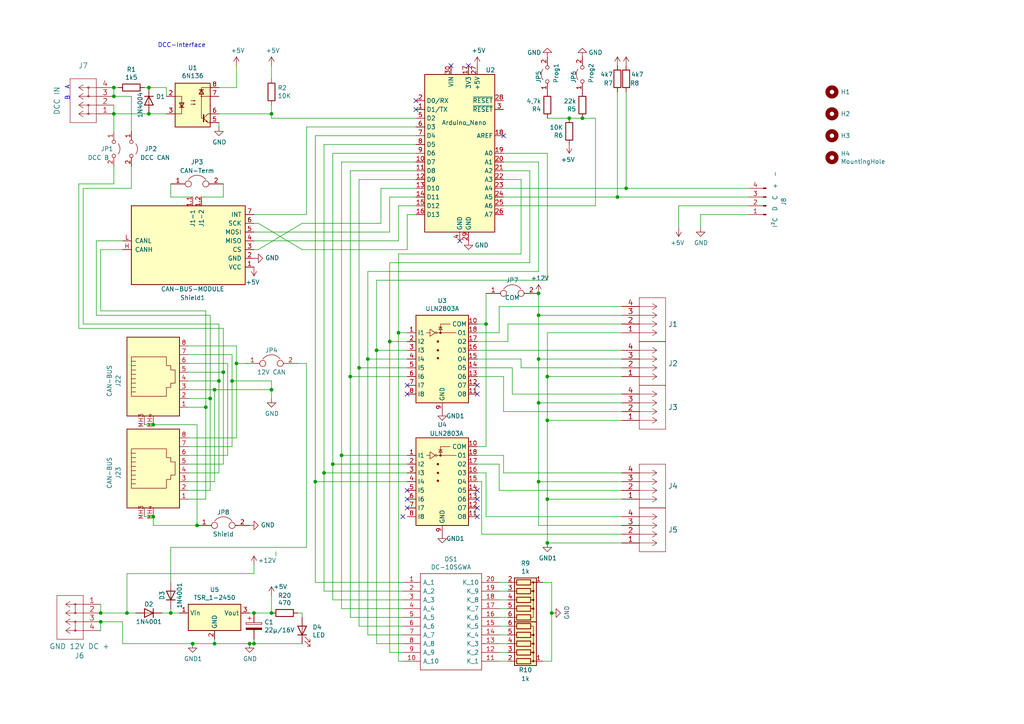
<source format=kicad_sch>
(kicad_sch (version 20211123) (generator eeschema)
  (paper "A4")
  (lib_symbols
    (symbol "ASSMANN_WSW:A-20042-LP_FS" (pin_names (offset 0.762))
      (property "Reference" "J" (at -2.54 7.62 0))
      (property "Value" "ASSMANN_WSW_A-20042-LP_FS" (at -8.89 -13.97 90))
      (symbol "A-20042-LP_FS_1_1"
        (pin passive line (at 11.43 -13.97 180) (length 2.54) (name "~") (number "1"))
        (pin passive line (at 11.43 -11.43 180) (length 2.54) (name "~") (number "2"))
        (pin passive line (at 11.43 -8.89 180) (length 2.54) (name "~") (number "3"))
        (pin passive line (at 11.43 -6.35 180) (length 2.54) (name "~") (number "4"))
        (pin passive line (at 11.43 -3.81 180) (length 2.54) (name "~") (number "5"))
        (pin passive line (at 11.43 -1.27 180) (length 2.54) (name "~") (number "6"))
        (pin passive line (at 11.43 1.27 180) (length 2.54) (name "~") (number "7"))
        (pin passive line (at 11.43 3.81 180) (length 2.54) (name "~") (number "8"))
        (pin passive line (at -1.27 -19.05 90) (length 2.54) (name "~") (number "MH3"))
        (pin passive line (at 1.27 -19.05 90) (length 2.54) (name "~") (number "MH4"))
      )
    )
    (symbol "CAN-BUS-MODULE-TJA1050:CAN-BUS_MODULE_TJA1050" (pin_names (offset 1.016))
      (property "Reference" "Shield" (at -2.54 -8.89 0))
      (property "Value" "CAN-BUS-MODULE-TJA1050_CAN-BUS_MODULE_TJA1050" (at -1.27 -12.7 0))
      (symbol "CAN-BUS_MODULE_TJA1050_1_0"
        (pin power_in line (at 17.78 -10.16 180) (length 2.54) (name "VCC") (number "1"))
        (pin passive line (at 0 10.16 270) (length 2.54) (name "J1-1") (number "1.1"))
        (pin passive line (at 2.54 10.16 270) (length 2.54) (name "J1-2") (number "1.2"))
        (pin power_in line (at 17.78 -7.62 180) (length 2.54) (name "GND") (number "2"))
        (pin input line (at 17.78 -5.08 180) (length 2.54) (name "CS") (number "3"))
        (pin tri_state line (at 17.78 -2.54 180) (length 2.54) (name "MISO") (number "4"))
        (pin input line (at 17.78 0 180) (length 2.54) (name "MOSI") (number "5"))
        (pin input line (at 17.78 2.54 180) (length 2.54) (name "SCK") (number "6"))
        (pin output line (at 17.78 5.08 180) (length 2.54) (name "INT") (number "7"))
        (pin bidirectional line (at -20.32 -5.08 0) (length 2.54) (name "CANH") (number "H"))
        (pin bidirectional line (at -20.32 -2.54 0) (length 2.54) (name "CANL") (number "L"))
      )
    )
    (symbol "Connector:Conn_01x04_Male" (pin_names (offset 1.016) hide)
      (property "Reference" "J" (at 0 5.08 0))
      (property "Value" "Conn_01x04_Male" (at 0 -7.62 0))
      (symbol "Conn_01x04_Male_1_1"
        (pin passive line (at 5.08 2.54 180) (length 3.81) (name "Pin_1") (number "1"))
        (pin passive line (at 5.08 0 180) (length 3.81) (name "Pin_2") (number "2"))
        (pin passive line (at 5.08 -2.54 180) (length 3.81) (name "Pin_3") (number "3"))
        (pin passive line (at 5.08 -5.08 180) (length 3.81) (name "Pin_4") (number "4"))
      )
    )
    (symbol "Device:CP" (pin_numbers hide) (pin_names (offset 0.254))
      (property "Reference" "C" (at 0.635 2.54 0))
      (property "Value" "Device_CP" (at 0.635 -2.54 0))
      (symbol "CP_1_1"
        (pin passive line (at 0 3.81 270) (length 2.794) (name "~") (number "1"))
        (pin passive line (at 0 -3.81 90) (length 2.794) (name "~") (number "2"))
      )
    )
    (symbol "Device:D" (pin_numbers hide) (pin_names (offset 1.016) hide)
      (property "Reference" "D" (at 0 2.54 0))
      (property "Value" "D" (at 0 -2.54 0))
      (symbol "D_1_1"
        (pin passive line (at -3.81 0 0) (length 2.54) (name "K") (number "1"))
        (pin passive line (at 3.81 0 180) (length 2.54) (name "A") (number "2"))
      )
    )
    (symbol "Device:Jumper" (pin_names (offset 0.762) hide)
      (property "Reference" "JP" (at 0 3.81 0))
      (property "Value" "Device_Jumper" (at 0 -2.032 0))
      (symbol "Jumper_0_1"
        (pin passive line (at -7.62 0 0) (length 4.191) (name "1") (number "1"))
        (pin passive line (at 7.62 0 180) (length 4.191) (name "2") (number "2"))
      )
    )
    (symbol "Device:LED" (pin_numbers hide) (pin_names (offset 1.016) hide)
      (property "Reference" "D" (at 0 2.54 0))
      (property "Value" "LED" (at 0 -2.54 0))
      (symbol "LED_1_1"
        (pin passive line (at -3.81 0 0) (length 2.54) (name "K") (number "1"))
        (pin passive line (at 3.81 0 180) (length 2.54) (name "A") (number "2"))
      )
    )
    (symbol "Device:R" (pin_numbers hide) (pin_names (offset 0))
      (property "Reference" "R" (at 2.032 0 90))
      (property "Value" "R" (at 0 0 90))
      (symbol "R_1_1"
        (pin passive line (at 0 3.81 270) (length 1.27) (name "~") (number "1"))
        (pin passive line (at 0 -3.81 90) (length 1.27) (name "~") (number "2"))
      )
    )
    (symbol "Device:R_Network05" (pin_names (offset 0) hide)
      (property "Reference" "RN" (at -7.62 0 90))
      (property "Value" "R_Network05" (at 7.62 0 90))
      (symbol "R_Network05_1_1"
        (pin passive line (at -5.08 5.08 270) (length 2.54) (name "common") (number "1"))
        (pin passive line (at -5.08 -5.08 90) (length 1.27) (name "R1") (number "2"))
        (pin passive line (at -2.54 -5.08 90) (length 1.27) (name "R2") (number "3"))
        (pin passive line (at 0 -5.08 90) (length 1.27) (name "R3") (number "4"))
        (pin passive line (at 2.54 -5.08 90) (length 1.27) (name "R4") (number "5"))
        (pin passive line (at 5.08 -5.08 90) (length 1.27) (name "R5") (number "6"))
      )
    )
    (symbol "Diode:1N4004" (pin_numbers hide) (pin_names (offset 1.016) hide)
      (property "Reference" "D" (at 0 2.54 0))
      (property "Value" "1N4004" (at 0 -2.54 0))
      (symbol "1N4004_1_1"
        (pin passive line (at -3.81 0 0) (length 2.54) (name "K") (number "1"))
        (pin passive line (at 3.81 0 180) (length 2.54) (name "A") (number "2"))
      )
    )
    (symbol "Isolator:6N136" (pin_names (offset 1.016))
      (property "Reference" "U" (at -5.08 7.62 0))
      (property "Value" "6N136" (at 0 7.62 0))
      (symbol "6N136_1_1"
        (pin no_connect line (at -5.08 5.08 0) (length 2.54) hide (name "NC") (number "1"))
        (pin passive line (at -7.62 2.54 0) (length 2.54) (name "~") (number "2"))
        (pin passive line (at -7.62 -2.54 0) (length 2.54) (name "~") (number "3"))
        (pin no_connect line (at -5.08 -5.08 0) (length 2.54) hide (name "NC") (number "4"))
        (pin passive line (at 7.62 -5.08 180) (length 2.54) (name "~") (number "5"))
        (pin passive line (at 7.62 -2.54 180) (length 2.54) (name "~") (number "6"))
        (pin passive line (at 7.62 2.54 180) (length 2.54) (name "~") (number "7"))
        (pin passive line (at 7.62 5.08 180) (length 2.54) (name "~") (number "8"))
      )
    )
    (symbol "Jumper:Jumper_2_Open" (pin_names (offset 0) hide)
      (property "Reference" "JP" (at 0 2.794 0))
      (property "Value" "Jumper_2_Open" (at 0 -2.286 0))
      (symbol "Jumper_2_Open_1_1"
        (pin passive line (at -5.08 0 0) (length 2.54) (name "A") (number "1"))
        (pin passive line (at 5.08 0 180) (length 2.54) (name "B") (number "2"))
      )
    )
    (symbol "Kingbright-LED:DC-10SGWA" (pin_names (offset 0.762))
      (property "Reference" "DS" (at 24.13 7.62 0))
      (property "Value" "Kingbright-LED_DC-10SGWA" (at 24.13 5.08 0))
      (symbol "DC-10SGWA_0_0"
        (pin passive line (at 0 0 0) (length 5.08) (name "A_1") (number "1"))
        (pin passive line (at 0 -22.86 0) (length 5.08) (name "A_10") (number "10"))
        (pin passive line (at 27.94 -22.86 180) (length 5.08) (name "K_1") (number "11"))
        (pin passive line (at 27.94 -20.32 180) (length 5.08) (name "K_2") (number "12"))
        (pin passive line (at 27.94 -17.78 180) (length 5.08) (name "K_3") (number "13"))
        (pin passive line (at 27.94 -15.24 180) (length 5.08) (name "K_4") (number "14"))
        (pin passive line (at 27.94 -12.7 180) (length 5.08) (name "K_5") (number "15"))
        (pin passive line (at 27.94 -10.16 180) (length 5.08) (name "K_6") (number "16"))
        (pin passive line (at 27.94 -7.62 180) (length 5.08) (name "K_7") (number "17"))
        (pin passive line (at 27.94 -5.08 180) (length 5.08) (name "K_8") (number "18"))
        (pin passive line (at 27.94 -2.54 180) (length 5.08) (name "K_9") (number "19"))
        (pin passive line (at 0 -2.54 0) (length 5.08) (name "A_2") (number "2"))
        (pin passive line (at 27.94 0 180) (length 5.08) (name "K_10") (number "20"))
        (pin passive line (at 0 -5.08 0) (length 5.08) (name "A_3") (number "3"))
        (pin passive line (at 0 -7.62 0) (length 5.08) (name "A_4") (number "4"))
        (pin passive line (at 0 -10.16 0) (length 5.08) (name "A_5") (number "5"))
        (pin passive line (at 0 -12.7 0) (length 5.08) (name "A_6") (number "6"))
        (pin passive line (at 0 -15.24 0) (length 5.08) (name "A_7") (number "7"))
        (pin passive line (at 0 -17.78 0) (length 5.08) (name "A_8") (number "8"))
        (pin passive line (at 0 -20.32 0) (length 5.08) (name "A_9") (number "9"))
      )
    )
    (symbol "MCU_Module:Arduino_Nano_v3.x"
      (property "Reference" "A" (at -10.16 23.495 0))
      (property "Value" "Arduino_Nano_v3.x" (at 5.08 -24.13 0))
      (symbol "Arduino_Nano_v3.x_1_1"
        (pin bidirectional line (at -12.7 12.7 0) (length 2.54) (name "D1/TX") (number "1"))
        (pin bidirectional line (at -12.7 -2.54 0) (length 2.54) (name "D7") (number "10"))
        (pin bidirectional line (at -12.7 -5.08 0) (length 2.54) (name "D8") (number "11"))
        (pin bidirectional line (at -12.7 -7.62 0) (length 2.54) (name "D9") (number "12"))
        (pin bidirectional line (at -12.7 -10.16 0) (length 2.54) (name "D10") (number "13"))
        (pin bidirectional line (at -12.7 -12.7 0) (length 2.54) (name "D11") (number "14"))
        (pin bidirectional line (at -12.7 -15.24 0) (length 2.54) (name "D12") (number "15"))
        (pin bidirectional line (at -12.7 -17.78 0) (length 2.54) (name "D13") (number "16"))
        (pin power_out line (at 2.54 25.4 270) (length 2.54) (name "3V3") (number "17"))
        (pin input line (at 12.7 5.08 180) (length 2.54) (name "AREF") (number "18"))
        (pin bidirectional line (at 12.7 0 180) (length 2.54) (name "A0") (number "19"))
        (pin bidirectional line (at -12.7 15.24 0) (length 2.54) (name "D0/RX") (number "2"))
        (pin bidirectional line (at 12.7 -2.54 180) (length 2.54) (name "A1") (number "20"))
        (pin bidirectional line (at 12.7 -5.08 180) (length 2.54) (name "A2") (number "21"))
        (pin bidirectional line (at 12.7 -7.62 180) (length 2.54) (name "A3") (number "22"))
        (pin bidirectional line (at 12.7 -10.16 180) (length 2.54) (name "A4") (number "23"))
        (pin bidirectional line (at 12.7 -12.7 180) (length 2.54) (name "A5") (number "24"))
        (pin bidirectional line (at 12.7 -15.24 180) (length 2.54) (name "A6") (number "25"))
        (pin bidirectional line (at 12.7 -17.78 180) (length 2.54) (name "A7") (number "26"))
        (pin power_out line (at 5.08 25.4 270) (length 2.54) (name "+5V") (number "27"))
        (pin input line (at 12.7 15.24 180) (length 2.54) (name "~{RESET}") (number "28"))
        (pin power_in line (at 2.54 -25.4 90) (length 2.54) (name "GND") (number "29"))
        (pin input line (at 12.7 12.7 180) (length 2.54) (name "~{RESET}") (number "3"))
        (pin power_in line (at -2.54 25.4 270) (length 2.54) (name "VIN") (number "30"))
        (pin power_in line (at 0 -25.4 90) (length 2.54) (name "GND") (number "4"))
        (pin bidirectional line (at -12.7 10.16 0) (length 2.54) (name "D2") (number "5"))
        (pin bidirectional line (at -12.7 7.62 0) (length 2.54) (name "D3") (number "6"))
        (pin bidirectional line (at -12.7 5.08 0) (length 2.54) (name "D4") (number "7"))
        (pin bidirectional line (at -12.7 2.54 0) (length 2.54) (name "D5") (number "8"))
        (pin bidirectional line (at -12.7 0 0) (length 2.54) (name "D6") (number "9"))
      )
    )
    (symbol "Mechanical:MountingHole" (pin_names (offset 1.016))
      (property "Reference" "H" (at 0 5.08 0))
      (property "Value" "MountingHole" (at 0 3.175 0))
    )
    (symbol "Regulator_Switching:TSR_1-24120"
      (property "Reference" "U" (at -7.62 6.35 0))
      (property "Value" "TSR_1-24120" (at -1.27 6.35 0))
      (symbol "TSR_1-24120_1_1"
        (pin power_in line (at -10.16 2.54 0) (length 2.54) (name "Vin") (number "1"))
        (pin power_in line (at 0 -5.08 90) (length 2.54) (name "GND") (number "2"))
        (pin power_out line (at 10.16 2.54 180) (length 2.54) (name "Vout") (number "3"))
      )
    )
    (symbol "Transistor_Array:ULN2803A"
      (property "Reference" "U" (at 0 13.335 0))
      (property "Value" "ULN2803A" (at 0 11.43 0))
      (symbol "ULN2803A_1_1"
        (pin input line (at -10.16 5.08 0) (length 2.54) (name "I1") (number "1"))
        (pin passive line (at 10.16 7.62 180) (length 2.54) (name "COM") (number "10"))
        (pin open_collector line (at 10.16 -12.7 180) (length 2.54) (name "O8") (number "11"))
        (pin open_collector line (at 10.16 -10.16 180) (length 2.54) (name "O7") (number "12"))
        (pin open_collector line (at 10.16 -7.62 180) (length 2.54) (name "O6") (number "13"))
        (pin open_collector line (at 10.16 -5.08 180) (length 2.54) (name "O5") (number "14"))
        (pin open_collector line (at 10.16 -2.54 180) (length 2.54) (name "O4") (number "15"))
        (pin open_collector line (at 10.16 0 180) (length 2.54) (name "O3") (number "16"))
        (pin open_collector line (at 10.16 2.54 180) (length 2.54) (name "O2") (number "17"))
        (pin open_collector line (at 10.16 5.08 180) (length 2.54) (name "O1") (number "18"))
        (pin input line (at -10.16 2.54 0) (length 2.54) (name "I2") (number "2"))
        (pin input line (at -10.16 0 0) (length 2.54) (name "I3") (number "3"))
        (pin input line (at -10.16 -2.54 0) (length 2.54) (name "I4") (number "4"))
        (pin input line (at -10.16 -5.08 0) (length 2.54) (name "I5") (number "5"))
        (pin input line (at -10.16 -7.62 0) (length 2.54) (name "I6") (number "6"))
        (pin input line (at -10.16 -10.16 0) (length 2.54) (name "I7") (number "7"))
        (pin input line (at -10.16 -12.7 0) (length 2.54) (name "I8") (number "8"))
        (pin power_in line (at 0 -17.78 90) (length 2.54) (name "GND") (number "9"))
      )
    )
    (symbol "Wago:250-1404" (pin_names (offset 0.254) hide)
      (property "Reference" "J" (at 8.89 6.35 0))
      (property "Value" "Wago_250-1404" (at 10.16 -5.08 0))
      (symbol "250-1404_1_1"
        (pin unspecified line (at 0 0 0) (length 5.08) (name "1") (number "1"))
        (pin unspecified line (at 0 -2.54 0) (length 5.08) (name "2") (number "2"))
        (pin unspecified line (at 0 -5.08 0) (length 5.08) (name "3") (number "3"))
        (pin unspecified line (at 0 -7.62 0) (length 5.08) (name "4") (number "4"))
      )
    )
    (symbol "Wago:2604-1102" (pin_names (offset 0.254) hide)
      (property "Reference" "J" (at -1.27 11.43 0))
      (property "Value" "Wago_2604-1102" (at 0 0 0))
      (symbol "2604-1102_1_1"
        (pin unspecified line (at -10.16 5.08 0) (length 5.08) (name "1") (number "1"))
        (pin unspecified line (at -10.16 2.54 0) (length 5.08) (name "2") (number "2"))
        (pin unspecified line (at -10.16 0 0) (length 5.08) (name "3") (number "3"))
        (pin unspecified line (at -10.16 -2.54 0) (length 5.08) (name "4") (number "4"))
      )
    )
    (symbol "power:+12V" (power) (pin_names (offset 0))
      (property "Value" "+12V" (at 0 3.556 0))
      (symbol "+12V_1_1"
        (pin power_in line (at 0 0 90) (length 0) hide (name "+12V") (number "1"))
      )
    )
    (symbol "power:+5V" (power) (pin_names (offset 0))
      (property "Value" "+5V" (at 0 3.556 0))
      (symbol "+5V_1_1"
        (pin power_in line (at 0 0 90) (length 0) hide (name "+5V") (number "1"))
      )
    )
    (symbol "power:GND" (power) (pin_names (offset 0))
      (property "Value" "GND" (at 0 -3.81 0))
      (symbol "GND_1_1"
        (pin power_in line (at 0 0 270) (length 0) hide (name "GND") (number "1"))
      )
    )
    (symbol "power:GND1" (power) (pin_names (offset 0))
      (property "Value" "GND1" (at 0 -3.81 0))
      (symbol "GND1_1_1"
        (pin power_in line (at 0 0 270) (length 0) hide (name "GND1") (number "1"))
      )
    )
  )
  (junction (at 57.15 152.4))
  (junction (at 158.75 157.48))
  (junction (at 140.97 93.98))
  (junction (at 156.21 85.09))
  (junction (at 44.45 149.86))
  (junction (at 44.45 123.19))
  (junction (at 68.58 105.41))
  (junction (at 78.74 113.03))
  (junction (at 158.75 109.22))
  (junction (at 60.96 115.57))
  (junction (at 73.66 186.69))
  (junction (at 43.18 33.02))
  (junction (at 115.57 96.52))
  (junction (at 36.83 177.8))
  (junction (at 73.66 177.8))
  (junction (at 99.06 132.08))
  (junction (at 181.61 54.61))
  (junction (at 165.1 34.29))
  (junction (at 78.74 33.02))
  (junction (at 109.22 101.6))
  (junction (at 158.75 121.92))
  (junction (at 101.6 109.22))
  (junction (at 33.02 27.94))
  (junction (at 64.77 107.95))
  (junction (at 179.07 57.15))
  (junction (at 156.21 91.44))
  (junction (at 43.18 25.4))
  (junction (at 29.21 180.34))
  (junction (at 91.44 139.7))
  (junction (at 158.75 144.78))
  (junction (at 160.02 177.8))
  (junction (at 62.23 113.03))
  (junction (at 113.03 99.06))
  (junction (at 29.21 177.8))
  (junction (at 33.02 25.4))
  (junction (at 168.91 34.29))
  (junction (at 62.23 186.69))
  (junction (at 72.39 186.69))
  (junction (at 93.98 137.16))
  (junction (at 156.21 104.14))
  (junction (at 156.21 116.84))
  (junction (at 78.74 177.8))
  (junction (at 55.88 186.69))
  (junction (at 104.14 106.68))
  (junction (at 106.68 104.14))
  (junction (at 96.52 134.62))
  (junction (at 49.53 177.8))
  (junction (at 33.02 33.02))
  (junction (at 63.5 110.49))
  (junction (at 67.31 110.49))
  (junction (at 59.69 118.11))
  (junction (at 156.21 139.7))
  (no_connect (at 118.11 111.76))
  (no_connect (at 138.43 144.78))
  (no_connect (at 120.65 29.21))
  (no_connect (at 130.81 19.05))
  (no_connect (at 133.35 69.85))
  (no_connect (at 146.05 39.37))
  (no_connect (at 118.11 144.78))
  (no_connect (at 118.11 147.32))
  (no_connect (at 138.43 149.86))
  (no_connect (at 138.43 147.32))
  (no_connect (at 138.43 111.76))
  (no_connect (at 135.89 19.05))
  (no_connect (at 118.11 114.3))
  (no_connect (at 138.43 142.24))
  (no_connect (at 138.43 114.3))
  (no_connect (at 118.11 142.24))
  (no_connect (at 120.65 31.75))
  (no_connect (at 116.84 149.86))
  (wire (pts (xy 157.48 168.91) (xy 160.02 168.91)))
  (wire (pts (xy 120.65 39.37) (xy 91.44 39.37)))
  (wire (pts (xy 67.31 110.49) (xy 67.31 129.54)))
  (wire (pts (xy 106.68 184.15) (xy 116.84 184.15)))
  (wire (pts (xy 35.56 69.85) (xy 27.94 69.85)))
  (wire (pts (xy 91.44 139.7) (xy 91.44 168.91)))
  (wire (pts (xy 41.91 25.4) (xy 43.18 25.4)))
  (wire (pts (xy 151.13 104.14) (xy 151.13 106.68)))
  (wire (pts (xy 179.07 57.15) (xy 217.17 57.15)))
  (wire (pts (xy 181.61 54.61) (xy 217.17 54.61)))
  (wire (pts (xy 180.34 116.84) (xy 156.21 116.84)))
  (wire (pts (xy 54.61 113.03) (xy 62.23 113.03)))
  (wire (pts (xy 29.21 182.88) (xy 29.21 180.34)))
  (wire (pts (xy 156.21 91.44) (xy 156.21 104.14)))
  (wire (pts (xy 115.57 96.52) (xy 115.57 191.77)))
  (wire (pts (xy 104.14 181.61) (xy 116.84 181.61)))
  (wire (pts (xy 91.44 168.91) (xy 116.84 168.91)))
  (wire (pts (xy 73.66 67.31) (xy 113.03 67.31)))
  (wire (pts (xy 44.45 123.19) (xy 57.15 123.19)))
  (wire (pts (xy 74.93 72.39) (xy 87.63 64.77)))
  (wire (pts (xy 118.11 104.14) (xy 106.68 104.14)))
  (wire (pts (xy 29.21 90.17) (xy 59.69 90.17)))
  (wire (pts (xy 29.21 180.34) (xy 35.56 180.34)))
  (wire (pts (xy 99.06 132.08) (xy 99.06 176.53)))
  (wire (pts (xy 63.5 137.16) (xy 54.61 137.16)))
  (wire (pts (xy 73.66 185.42) (xy 73.66 186.69)))
  (wire (pts (xy 138.43 109.22) (xy 146.05 109.22)))
  (wire (pts (xy 104.14 52.07) (xy 104.14 106.68)))
  (wire (pts (xy 148.59 114.3) (xy 180.34 114.3)))
  (wire (pts (xy 59.69 144.78) (xy 54.61 144.78)))
  (wire (pts (xy 113.03 189.23) (xy 116.84 189.23)))
  (wire (pts (xy 160.02 191.77) (xy 157.48 191.77)))
  (wire (pts (xy 29.21 177.8) (xy 36.83 177.8)))
  (wire (pts (xy 156.21 78.74) (xy 106.68 78.74)))
  (wire (pts (xy 160.02 177.8) (xy 160.02 191.77)))
  (wire (pts (xy 140.97 149.86) (xy 180.34 149.86)))
  (wire (pts (xy 86.36 105.41) (xy 88.9 105.41)))
  (wire (pts (xy 180.34 104.14) (xy 156.21 104.14)))
  (wire (pts (xy 93.98 41.91) (xy 93.98 137.16)))
  (wire (pts (xy 153.67 49.53) (xy 153.67 76.2)))
  (wire (pts (xy 58.42 57.15) (xy 64.77 57.15)))
  (wire (pts (xy 55.88 186.69) (xy 62.23 186.69)))
  (wire (pts (xy 99.06 176.53) (xy 116.84 176.53)))
  (wire (pts (xy 106.68 78.74) (xy 106.68 104.14)))
  (wire (pts (xy 217.17 62.23) (xy 203.2 62.23)))
  (wire (pts (xy 29.21 72.39) (xy 29.21 90.17)))
  (wire (pts (xy 74.93 64.77) (xy 73.66 64.77)))
  (wire (pts (xy 62.23 113.03) (xy 78.74 113.03)))
  (wire (pts (xy 118.11 134.62) (xy 96.52 134.62)))
  (wire (pts (xy 91.44 39.37) (xy 91.44 139.7)))
  (wire (pts (xy 33.02 27.94) (xy 33.02 25.4)))
  (wire (pts (xy 118.11 137.16) (xy 93.98 137.16)))
  (wire (pts (xy 88.9 36.83) (xy 88.9 62.23)))
  (wire (pts (xy 63.5 25.4) (xy 68.58 25.4)))
  (wire (pts (xy 48.26 25.4) (xy 48.26 27.94)))
  (wire (pts (xy 147.32 93.98) (xy 180.34 93.98)))
  (wire (pts (xy 101.6 49.53) (xy 101.6 109.22)))
  (wire (pts (xy 59.69 118.11) (xy 59.69 90.17)))
  (wire (pts (xy 33.02 30.48) (xy 33.02 33.02)))
  (wire (pts (xy 158.75 96.52) (xy 158.75 109.22)))
  (wire (pts (xy 63.5 35.56) (xy 63.5 36.83)))
  (wire (pts (xy 66.04 105.41) (xy 66.04 132.08)))
  (wire (pts (xy 87.63 186.69) (xy 73.66 186.69)))
  (wire (pts (xy 87.63 177.8) (xy 87.63 179.07)))
  (wire (pts (xy 172.72 34.29) (xy 172.72 59.69)))
  (wire (pts (xy 144.78 191.77) (xy 147.32 191.77)))
  (wire (pts (xy 99.06 46.99) (xy 99.06 132.08)))
  (wire (pts (xy 138.43 129.54) (xy 140.97 129.54)))
  (wire (pts (xy 73.66 69.85) (xy 115.57 69.85)))
  (wire (pts (xy 96.52 173.99) (xy 116.84 173.99)))
  (wire (pts (xy 138.43 101.6) (xy 180.34 101.6)))
  (wire (pts (xy 49.53 53.34) (xy 49.53 57.15)))
  (wire (pts (xy 54.61 100.33) (xy 68.58 100.33)))
  (wire (pts (xy 115.57 96.52) (xy 118.11 96.52)))
  (wire (pts (xy 35.56 180.34) (xy 35.56 186.69)))
  (wire (pts (xy 151.13 73.66) (xy 115.57 73.66)))
  (wire (pts (xy 156.21 85.09) (xy 156.21 91.44)))
  (wire (pts (xy 146.05 52.07) (xy 151.13 52.07)))
  (wire (pts (xy 118.11 72.39) (xy 118.11 62.23)))
  (wire (pts (xy 120.65 46.99) (xy 99.06 46.99)))
  (wire (pts (xy 54.61 118.11) (xy 59.69 118.11)))
  (wire (pts (xy 144.78 181.61) (xy 147.32 181.61)))
  (wire (pts (xy 118.11 132.08) (xy 99.06 132.08)))
  (wire (pts (xy 146.05 46.99) (xy 156.21 46.99)))
  (wire (pts (xy 96.52 134.62) (xy 96.52 173.99)))
  (wire (pts (xy 88.9 158.75) (xy 49.53 158.75)))
  (wire (pts (xy 33.02 38.1) (xy 33.02 33.02)))
  (wire (pts (xy 73.66 166.37) (xy 36.83 166.37)))
  (wire (pts (xy 148.59 106.68) (xy 148.59 114.3)))
  (wire (pts (xy 104.14 106.68) (xy 104.14 181.61)))
  (wire (pts (xy 158.75 81.28) (xy 109.22 81.28)))
  (wire (pts (xy 33.02 27.94) (xy 38.1 27.94)))
  (wire (pts (xy 48.26 33.02) (xy 43.18 33.02)))
  (wire (pts (xy 113.03 76.2) (xy 113.03 99.06)))
  (wire (pts (xy 68.58 127) (xy 54.61 127)))
  (wire (pts (xy 62.23 113.03) (xy 62.23 139.7)))
  (wire (pts (xy 138.43 132.08) (xy 146.05 132.08)))
  (wire (pts (xy 180.34 139.7) (xy 156.21 139.7)))
  (wire (pts (xy 34.29 25.4) (xy 33.02 25.4)))
  (wire (pts (xy 113.03 57.15) (xy 120.65 57.15)))
  (wire (pts (xy 181.61 26.67) (xy 181.61 54.61)))
  (wire (pts (xy 146.05 109.22) (xy 146.05 119.38)))
  (wire (pts (xy 49.53 177.8) (xy 52.07 177.8)))
  (wire (pts (xy 88.9 36.83) (xy 120.65 36.83)))
  (wire (pts (xy 115.57 69.85) (xy 115.57 59.69)))
  (wire (pts (xy 151.13 106.68) (xy 180.34 106.68)))
  (wire (pts (xy 54.61 110.49) (xy 63.5 110.49)))
  (wire (pts (xy 139.7 139.7) (xy 139.7 154.94)))
  (wire (pts (xy 118.11 109.22) (xy 101.6 109.22)))
  (wire (pts (xy 46.99 177.8) (xy 49.53 177.8)))
  (wire (pts (xy 64.77 134.62) (xy 54.61 134.62)))
  (wire (pts (xy 44.45 152.4) (xy 44.45 149.86)))
  (wire (pts (xy 158.75 96.52) (xy 180.34 96.52)))
  (wire (pts (xy 22.86 95.25) (xy 22.86 53.34)))
  (wire (pts (xy 78.74 30.48) (xy 78.74 33.02)))
  (wire (pts (xy 118.11 106.68) (xy 104.14 106.68)))
  (wire (pts (xy 180.34 157.48) (xy 158.75 157.48)))
  (wire (pts (xy 24.13 54.61) (xy 38.1 54.61)))
  (wire (pts (xy 38.1 27.94) (xy 38.1 38.1)))
  (wire (pts (xy 158.75 121.92) (xy 158.75 144.78)))
  (wire (pts (xy 138.43 99.06) (xy 147.32 99.06)))
  (wire (pts (xy 43.18 25.4) (xy 48.26 25.4)))
  (wire (pts (xy 109.22 186.69) (xy 116.84 186.69)))
  (wire (pts (xy 156.21 46.99) (xy 156.21 78.74)))
  (wire (pts (xy 113.03 99.06) (xy 113.03 189.23)))
  (wire (pts (xy 146.05 57.15) (xy 179.07 57.15)))
  (wire (pts (xy 146.05 49.53) (xy 153.67 49.53)))
  (wire (pts (xy 73.66 177.8) (xy 78.74 177.8)))
  (wire (pts (xy 22.86 53.34) (xy 33.02 53.34)))
  (wire (pts (xy 35.56 186.69) (xy 55.88 186.69)))
  (wire (pts (xy 49.53 158.75) (xy 49.53 168.91)))
  (wire (pts (xy 36.83 177.8) (xy 39.37 177.8)))
  (wire (pts (xy 73.66 186.69) (xy 72.39 186.69)))
  (wire (pts (xy 49.53 57.15) (xy 55.88 57.15)))
  (wire (pts (xy 35.56 72.39) (xy 29.21 72.39)))
  (wire (pts (xy 158.75 44.45) (xy 158.75 81.28)))
  (wire (pts (xy 33.02 33.02) (xy 43.18 33.02)))
  (wire (pts (xy 156.21 104.14) (xy 156.21 116.84)))
  (wire (pts (xy 68.58 105.41) (xy 68.58 127)))
  (wire (pts (xy 144.78 134.62) (xy 144.78 142.24)))
  (wire (pts (xy 67.31 110.49) (xy 78.74 110.49)))
  (wire (pts (xy 138.43 104.14) (xy 151.13 104.14)))
  (wire (pts (xy 59.69 118.11) (xy 59.69 144.78)))
  (wire (pts (xy 217.17 59.69) (xy 196.85 59.69)))
  (wire (pts (xy 41.91 149.86) (xy 44.45 149.86)))
  (wire (pts (xy 151.13 52.07) (xy 151.13 73.66)))
  (wire (pts (xy 60.96 115.57) (xy 60.96 142.24)))
  (wire (pts (xy 36.83 166.37) (xy 36.83 177.8)))
  (wire (pts (xy 146.05 119.38) (xy 180.34 119.38)))
  (wire (pts (xy 66.04 132.08) (xy 54.61 132.08)))
  (wire (pts (xy 156.21 91.44) (xy 180.34 91.44)))
  (wire (pts (xy 144.78 96.52) (xy 144.78 88.9)))
  (wire (pts (xy 146.05 137.16) (xy 180.34 137.16)))
  (wire (pts (xy 78.74 19.05) (xy 78.74 22.86)))
  (wire (pts (xy 72.39 177.8) (xy 73.66 177.8)))
  (wire (pts (xy 120.65 44.45) (xy 96.52 44.45)))
  (wire (pts (xy 144.78 173.99) (xy 147.32 173.99)))
  (wire (pts (xy 38.1 54.61) (xy 38.1 48.26)))
  (wire (pts (xy 87.63 72.39) (xy 118.11 72.39)))
  (wire (pts (xy 140.97 129.54) (xy 140.97 93.98)))
  (wire (pts (xy 144.78 179.07) (xy 147.32 179.07)))
  (wire (pts (xy 168.91 34.29) (xy 172.72 34.29)))
  (wire (pts (xy 54.61 107.95) (xy 64.77 107.95)))
  (wire (pts (xy 87.63 64.77) (xy 110.49 64.77)))
  (wire (pts (xy 93.98 137.16) (xy 93.98 171.45)))
  (wire (pts (xy 140.97 137.16) (xy 140.97 149.86)))
  (wire (pts (xy 73.66 62.23) (xy 88.9 62.23)))
  (wire (pts (xy 158.75 121.92) (xy 180.34 121.92)))
  (wire (pts (xy 78.74 113.03) (xy 78.74 115.57)))
  (wire (pts (xy 106.68 104.14) (xy 106.68 184.15)))
  (wire (pts (xy 24.13 93.98) (xy 24.13 54.61)))
  (wire (pts (xy 203.2 62.23) (xy 203.2 66.04)))
  (wire (pts (xy 101.6 109.22) (xy 101.6 179.07)))
  (wire (pts (xy 138.43 139.7) (xy 139.7 139.7)))
  (wire (pts (xy 115.57 73.66) (xy 115.57 96.52)))
  (wire (pts (xy 86.36 177.8) (xy 87.63 177.8)))
  (wire (pts (xy 144.78 171.45) (xy 147.32 171.45)))
  (wire (pts (xy 180.34 152.4) (xy 156.21 152.4)))
  (wire (pts (xy 179.07 26.67) (xy 179.07 57.15)))
  (wire (pts (xy 115.57 191.77) (xy 116.84 191.77)))
  (wire (pts (xy 138.43 96.52) (xy 144.78 96.52)))
  (wire (pts (xy 181.61 54.61) (xy 146.05 54.61)))
  (wire (pts (xy 138.43 106.68) (xy 148.59 106.68)))
  (wire (pts (xy 63.5 93.98) (xy 24.13 93.98)))
  (wire (pts (xy 57.15 152.4) (xy 44.45 152.4)))
  (wire (pts (xy 62.23 186.69) (xy 62.23 185.42)))
  (wire (pts (xy 144.78 189.23) (xy 147.32 189.23)))
  (wire (pts (xy 57.15 123.19) (xy 57.15 152.4)))
  (wire (pts (xy 74.93 64.77) (xy 87.63 72.39)))
  (wire (pts (xy 109.22 81.28) (xy 109.22 101.6)))
  (wire (pts (xy 138.43 134.62) (xy 144.78 134.62)))
  (wire (pts (xy 165.1 34.29) (xy 158.75 34.29)))
  (wire (pts (xy 138.43 137.16) (xy 140.97 137.16)))
  (wire (pts (xy 180.34 144.78) (xy 158.75 144.78)))
  (wire (pts (xy 146.05 59.69) (xy 172.72 59.69)))
  (wire (pts (xy 144.78 184.15) (xy 147.32 184.15)))
  (wire (pts (xy 138.43 93.98) (xy 140.97 93.98)))
  (wire (pts (xy 67.31 102.87) (xy 67.31 110.49)))
  (wire (pts (xy 118.11 62.23) (xy 120.65 62.23)))
  (wire (pts (xy 64.77 107.95) (xy 64.77 95.25)))
  (wire (pts (xy 118.11 101.6) (xy 109.22 101.6)))
  (wire (pts (xy 29.21 175.26) (xy 29.21 177.8)))
  (wire (pts (xy 78.74 177.8) (xy 78.74 172.72)))
  (wire (pts (xy 78.74 34.29) (xy 120.65 34.29)))
  (wire (pts (xy 64.77 95.25) (xy 22.86 95.25)))
  (wire (pts (xy 60.96 115.57) (xy 60.96 91.44)))
  (wire (pts (xy 109.22 101.6) (xy 109.22 186.69)))
  (wire (pts (xy 101.6 179.07) (xy 116.84 179.07)))
  (wire (pts (xy 160.02 168.91) (xy 160.02 177.8)))
  (wire (pts (xy 168.91 34.29) (xy 165.1 34.29)))
  (wire (pts (xy 63.5 110.49) (xy 63.5 93.98)))
  (wire (pts (xy 68.58 105.41) (xy 71.12 105.41)))
  (wire (pts (xy 115.57 59.69) (xy 120.65 59.69)))
  (wire (pts (xy 118.11 99.06) (xy 113.03 99.06)))
  (wire (pts (xy 41.91 123.19) (xy 44.45 123.19)))
  (wire (pts (xy 156.21 139.7) (xy 156.21 152.4)))
  (wire (pts (xy 74.93 72.39) (xy 73.66 72.39)))
  (wire (pts (xy 27.94 69.85) (xy 27.94 91.44)))
  (wire (pts (xy 144.78 142.24) (xy 180.34 142.24)))
  (wire (pts (xy 33.02 53.34) (xy 33.02 48.26)))
  (wire (pts (xy 73.66 163.83) (xy 73.66 166.37)))
  (wire (pts (xy 146.05 132.08) (xy 146.05 137.16)))
  (wire (pts (xy 146.05 44.45) (xy 158.75 44.45)))
  (wire (pts (xy 96.52 44.45) (xy 96.52 134.62)))
  (wire (pts (xy 180.34 109.22) (xy 158.75 109.22)))
  (wire (pts (xy 139.7 154.94) (xy 180.34 154.94)))
  (wire (pts (xy 60.96 142.24) (xy 54.61 142.24)))
  (wire (pts (xy 144.78 186.69) (xy 147.32 186.69)))
  (wire (pts (xy 78.74 110.49) (xy 78.74 113.03)))
  (wire (pts (xy 63.5 33.02) (xy 78.74 33.02)))
  (wire (pts (xy 153.67 76.2) (xy 113.03 76.2)))
  (wire (pts (xy 140.97 93.98) (xy 140.97 85.09)))
  (wire (pts (xy 88.9 105.41) (xy 88.9 158.75)))
  (wire (pts (xy 120.65 41.91) (xy 93.98 41.91)))
  (wire (pts (xy 63.5 110.49) (xy 63.5 137.16)))
  (wire (pts (xy 64.77 57.15) (xy 64.77 53.34)))
  (wire (pts (xy 27.94 91.44) (xy 60.96 91.44)))
  (wire (pts (xy 54.61 115.57) (xy 60.96 115.57)))
  (wire (pts (xy 120.65 49.53) (xy 101.6 49.53)))
  (wire (pts (xy 196.85 59.69) (xy 196.85 66.04)))
  (wire (pts (xy 68.58 100.33) (xy 68.58 105.41)))
  (wire (pts (xy 144.78 88.9) (xy 180.34 88.9)))
  (wire (pts (xy 72.39 186.69) (xy 62.23 186.69)))
  (wire (pts (xy 93.98 171.45) (xy 116.84 171.45)))
  (wire (pts (xy 78.74 33.02) (xy 78.74 34.29)))
  (wire (pts (xy 110.49 64.77) (xy 110.49 54.61)))
  (wire (pts (xy 158.75 109.22) (xy 158.75 121.92)))
  (wire (pts (xy 110.49 54.61) (xy 120.65 54.61)))
  (wire (pts (xy 64.77 107.95) (xy 64.77 134.62)))
  (wire (pts (xy 120.65 52.07) (xy 104.14 52.07)))
  (wire (pts (xy 68.58 25.4) (xy 68.58 19.05)))
  (wire (pts (xy 67.31 129.54) (xy 54.61 129.54)))
  (wire (pts (xy 156.21 116.84) (xy 156.21 139.7)))
  (wire (pts (xy 118.11 139.7) (xy 91.44 139.7)))
  (wire (pts (xy 54.61 105.41) (xy 66.04 105.41)))
  (wire (pts (xy 54.61 102.87) (xy 67.31 102.87)))
  (wire (pts (xy 49.53 176.53) (xy 49.53 177.8)))
  (wire (pts (xy 62.23 139.7) (xy 54.61 139.7)))
  (wire (pts (xy 144.78 168.91) (xy 147.32 168.91)))
  (wire (pts (xy 158.75 144.78) (xy 158.75 157.48)))
  (wire (pts (xy 147.32 99.06) (xy 147.32 93.98)))
  (wire (pts (xy 144.78 176.53) (xy 147.32 176.53)))
  (wire (pts (xy 80.01 161.29) (xy 80.01 160.02)))
  (wire (pts (xy 113.03 67.31) (xy 113.03 57.15)))
  (text "DCC-Interface" (at 45.72 13.97 0) (effects (font (size 1.27 1.27)) (justify left bottom)))
  (text "B  A" (at 20.32 29.21 90) (effects (font (size 1.27 1.27)) (justify left bottom)))
  (symbol (lib_id "MCU_Module:Arduino_Nano_v3.x") (at 133.35 44.45 0) (unit 1)
    (property "Reference" "U2" (at 142.24 20.32 0))
    (property "Value" "Arduino_Nano" (at 134.62 35.56 0))
    (property "Footprint" "Modules:Arduino_Nano" (effects hide))
    (property "Datasheet" "http://www.mouser.com/pdfdocs/Gravitech_Arduino_Nano3_0.pdf" (effects hide))
    (property "Quelle" "https://www.makershop.de/plattformen/arduino/3-nano-v3/" (effects hide))
    (property "Preis" "5,85" (effects hide))
  )
  (symbol (lib_id "CAN-BUS-MODULE-TJA1050:CAN-BUS_MODULE_TJA1050") (at 55.88 67.31 0) (unit 1)
    (property "Reference" "Shield1" (at 55.88 86.36 0))
    (property "Value" "CAN-BUS-MODULE" (at 55.88 83.82 0))
    (property "Footprint" "CAN-BUS-MODULE:MCP2515_CAN_MODULE" (effects hide))
    (property "Quelle" "https://www.marotronics.de/MCP2515-Can-Bus-Modul-mit-TJA1050-Transciever-5V-SPI-Interface-fuer-Arduino-Pi" (effects hide))
    (property "Preis" "2,90" (effects hide))
  )
  (symbol (lib_id "power:GND") (at 73.66 74.93 90) (unit 1)
    (property "Reference" "#PWR01003" (effects hide))
    (property "Value" "GND" (at 76.9112 74.803 90) (effects (justify right)))
  )
  (symbol (lib_id "Transistor_Array:ULN2803A") (at 128.27 101.6 0) (unit 1)
    (property "Reference" "U3" (at 128.27 87.1982 0))
    (property "Value" "ULN2803A" (at 128.27 89.5096 0))
    (property "Footprint" "Package_DIP:DIP-18_W7.62mm" (effects hide))
    (property "Datasheet" "http://www.ti.com/lit/ds/symlink/uln2803a.pdf" (effects hide))
    (property "Quelle" "https://www.reichelt.de/eight-darlington-arrays-dil-18-uln-2803a-p22085.html?search=ULN2803A" (effects hide))
    (property "Preis" "0,41" (effects hide))
  )
  (symbol (lib_id "power:+5V") (at 73.66 77.47 180) (unit 1)
    (property "Reference" "#PWR01004" (effects hide))
    (property "Value" "+5V" (at 73.279 81.8642 0))
  )
  (symbol (lib_id "Transistor_Array:ULN2803A") (at 128.27 137.16 0) (unit 1)
    (property "Reference" "U4" (at 128.27 123.19 0))
    (property "Value" "ULN2803A" (at 129.54 125.73 0))
    (property "Footprint" "Package_DIP:DIP-18_W7.62mm" (effects hide))
    (property "Datasheet" "http://www.ti.com/lit/ds/symlink/uln2803a.pdf" (effects hide))
    (property "Quelle" "https://www.reichelt.de/eight-darlington-arrays-dil-18-uln-2803a-p22085.html?search=ULN2803A" (effects hide))
    (property "Preis" "0,41" (effects hide))
  )
  (symbol (lib_id "power:+12V") (at 156.21 85.09 0) (unit 1)
    (property "Reference" "#PWR01014" (effects hide))
    (property "Value" "+12V" (at 156.591 80.6958 0))
  )
  (symbol (lib_id "Jumper:Jumper_2_Open") (at 158.75 21.59 90) (unit 1)
    (property "Reference" "JP5" (at 156.21 24.13 0) (effects (justify left)))
    (property "Value" "Prog1" (at 161.29 24.13 0) (effects (justify left)))
    (property "Footprint" "Pin_Headers:Pin_Header_Straight_1x02_Pitch2.54mm" (effects hide))
  )
  (symbol (lib_id "Device:Jumper") (at 148.59 85.09 0) (unit 1)
    (property "Reference" "JP7" (at 148.59 81.28 0))
    (property "Value" "COM" (at 148.59 86.36 0))
    (property "Footprint" "Pin_Headers:Pin_Header_Straight_1x02_Pitch2.54mm" (effects hide))
  )
  (symbol (lib_id "Jumper:Jumper_2_Open") (at 168.91 21.59 90) (unit 1)
    (property "Reference" "JP6" (at 166.37 24.13 0) (effects (justify left)))
    (property "Value" "Prog2" (at 171.45 24.13 0) (effects (justify left)))
    (property "Footprint" "Pin_Headers:Pin_Header_Straight_1x02_Pitch2.54mm" (effects hide))
  )
  (symbol (lib_id "power:+5V") (at 138.43 19.05 0) (unit 1)
    (property "Reference" "#PWR01012" (effects hide))
    (property "Value" "+5V" (at 138.811 14.6558 0))
  )
  (symbol (lib_id "power:GND") (at 135.89 69.85 0) (unit 1)
    (property "Reference" "#PWR01011" (effects hide))
    (property "Value" "GND" (at 139.7 71.12 0))
  )
  (symbol (lib_id "Device:R") (at 165.1 38.1 180) (unit 1)
    (property "Reference" "R6" (at 163.322 39.2684 0) (effects (justify left)))
    (property "Value" "10K" (at 163.322 36.957 0) (effects (justify left)))
    (property "Footprint" "Resistors_THT:R_Axial_DIN0207_L6.3mm_D2.5mm_P7.62mm_Horizontal" (effects hide))
  )
  (symbol (lib_id "Device:R") (at 168.91 30.48 180) (unit 1)
    (property "Reference" "R5" (at 167.132 31.6484 0) (effects (justify left)))
    (property "Value" "22k" (at 167.132 29.337 0) (effects (justify left)))
    (property "Footprint" "Resistors_THT:R_Axial_DIN0207_L6.3mm_D2.5mm_P7.62mm_Horizontal" (effects hide))
  )
  (symbol (lib_id "Device:R") (at 158.75 30.48 180) (unit 1)
    (property "Reference" "R4" (at 156.972 31.6484 0) (effects (justify left)))
    (property "Value" "4,7k" (at 156.972 29.337 0) (effects (justify left)))
    (property "Footprint" "Resistors_THT:R_Axial_DIN0207_L6.3mm_D2.5mm_P7.62mm_Horizontal" (effects hide))
  )
  (symbol (lib_id "Device:R") (at 179.07 22.86 180) (unit 1)
    (property "Reference" "R7" (at 177.8 24.13 0) (effects (justify left)))
    (property "Value" "4k7" (at 177.8 21.59 0) (effects (justify left)))
    (property "Footprint" "Resistors_THT:R_Axial_DIN0207_L6.3mm_D2.5mm_P7.62mm_Horizontal" (effects hide))
  )
  (symbol (lib_id "Device:R") (at 181.61 22.86 180) (unit 1)
    (property "Reference" "R8" (at 185.42 24.13 0) (effects (justify left)))
    (property "Value" "4k7" (at 186.69 21.59 0) (effects (justify left)))
    (property "Footprint" "Resistors_THT:R_Axial_DIN0207_L6.3mm_D2.5mm_P7.62mm_Horizontal" (effects hide))
  )
  (symbol (lib_id "power:+5V") (at 165.1 41.91 180) (unit 1)
    (property "Reference" "#PWR01017" (effects hide))
    (property "Value" "+5V" (at 164.719 46.3042 0))
  )
  (symbol (lib_id "power:GND") (at 168.91 16.51 180) (unit 1)
    (property "Reference" "#PWR01019" (effects hide))
    (property "Value" "GND" (at 172.72 15.24 0))
  )
  (symbol (lib_id "power:GND") (at 158.75 16.51 180) (unit 1)
    (property "Reference" "#PWR01016" (effects hide))
    (property "Value" "GND" (at 154.94 15.24 0))
  )
  (symbol (lib_id "power:+5V") (at 179.07 19.05 0) (unit 1)
    (property "Reference" "#PWR01020" (effects hide))
    (property "Value" "+5V" (effects hide))
  )
  (symbol (lib_id "power:+5V") (at 181.61 19.05 0) (unit 1)
    (property "Reference" "#PWR01021" (effects hide))
    (property "Value" "+5V" (effects hide))
  )
  (symbol (lib_id "ASSMANN_WSW:A-20042-LP_FS") (at 43.18 130.81 0) (unit 1)
    (property "Reference" "J23" (at 34.29 137.16 90))
    (property "Value" "CAN-BUS" (at 31.75 137.16 90))
    (property "Footprint" "ASSMANN_WSW:A20042LPFS" (effects hide))
    (property "Quelle" "https://www.reichelt.de/modular-einbaubuchse-8-8-geschirmt-mebp-8-8g-p24975.html?&nbc=1" (effects hide))
    (property "Preis" "0,70" (effects hide))
  )
  (symbol (lib_id "Regulator_Switching:TSR_1-24120") (at 62.23 180.34 0) (unit 1)
    (property "Reference" "U5" (at 62.23 171.0182 0))
    (property "Value" "TSR_1-2450" (at 62.23 173.3296 0))
    (property "Footprint" "Converters_DCDC_ACDC:DCDC-Conv_TRACO_TSR-1" (effects hide))
    (property "Datasheet" "http://www.tracopower.com/products/tsr1.pdf" (effects hide))
  )
  (symbol (lib_id "Isolator:6N136") (at 55.88 30.48 0) (unit 1)
    (property "Reference" "U1" (at 55.88 19.685 0))
    (property "Value" "6N136" (at 55.88 21.9964 0))
    (property "Footprint" "Package_DIP:DIP-8_W7.62mm" (effects hide))
    (property "Datasheet" "https://optoelectronics.liteon.com/upload/download/DS70-2008-0032/6N135-L%206N136-L%20series.pdf" (effects hide))
    (property "Quelle" "https://www.reichelt.de/optokoppler-6n-137-p2858.html" (effects hide))
    (property "Preis" "0,52" (effects hide))
  )
  (symbol (lib_id "Diode:1N4004") (at 43.18 29.21 270) (unit 1)
    (property "Reference" "D1" (at 45.212 28.0416 90) (effects (justify left)))
    (property "Value" "1N4004" (at 40.64 26.67 0) (effects (justify left)))
    (property "Footprint" "Diodes_THT:D_DO-15_P10.16mm_Horizontal" (effects hide))
    (property "Datasheet" "http://www.vishay.com/docs/88503/1n4001.pdf" (effects hide))
  )
  (symbol (lib_id "Device:R") (at 38.1 25.4 270) (unit 1)
    (property "Reference" "R1" (at 38.1 20.1422 90))
    (property "Value" "1k5" (at 38.1 22.4536 90))
    (property "Footprint" "Resistors_THT:R_Axial_DIN0207_L6.3mm_D2.5mm_P7.62mm_Horizontal" (effects hide))
  )
  (symbol (lib_id "Kingbright-LED:DC-10SGWA") (at 116.84 168.91 0) (unit 1)
    (property "Reference" "DS1" (at 130.81 162.179 0))
    (property "Value" "DC-10SGWA" (at 130.81 164.4904 0))
    (property "Footprint" "Kingbright-LED:DIPS750W80P254L2540H825Q20N" (effects hide))
    (property "Datasheet" "http://uk.rs-online.com/web/p/products/2473090" (effects hide))
    (property "Description" "Kingbright DC-10SGWA Light Bar LED Display, Green 21 mcd" (effects hide))
    (property "Height" "8.25" (effects hide))
    (property "Manufacturer_Name" "Kingbright" (effects hide))
    (property "Manufacturer_Part_Number" "DC-10SGWA" (effects hide))
    (property "Mouser Part Number" "N/A" (effects hide))
    (property "Mouser Price/Stock" "https://www.mouser.com/Search/Refine.aspx?Keyword=N%2FA" (effects hide))
    (property "Quelle" "https://www.reichelt.de/bargraph-anzeige-10-elemente-gruen-gbg-1000-p8141.html?&nbc=1" (effects hide))
    (property "Preis" "2,10" (effects hide))
  )
  (symbol (lib_id "Device:R_Network05") (at 152.4 173.99 270) (unit 1)
    (property "Reference" "R9" (at 152.4 163.3982 90))
    (property "Value" "1k" (at 152.4 165.7096 90))
    (property "Footprint" "Resistors_THT:R_Array_SIP6" (effects hide))
    (property "Datasheet" "http://www.vishay.com/docs/31509/csc.pdf" (effects hide))
    (property "Quelle" "https://www.reichelt.de/widerstandsnetzwerk-1-0-kohm-sternschaltung-5wid-6pins-sil-6-5-1-0k-p17784.html" (effects hide))
    (property "Preis" "0,07" (effects hide))
  )
  (symbol (lib_id "Device:R_Network05") (at 152.4 186.69 270) (mirror x) (unit 1)
    (property "Reference" "R10" (at 152.4 194.31 90))
    (property "Value" "1k" (at 152.4 196.85 90))
    (property "Footprint" "Resistors_THT:R_Array_SIP6" (effects hide))
    (property "Datasheet" "http://www.vishay.com/docs/31509/csc.pdf" (effects hide))
    (property "Preis" "0,07" (effects hide))
    (property "Quelle" "https://www.reichelt.de/widerstandsnetzwerk-1-0-kohm-sternschaltung-5wid-6pins-sil-6-5-1-0k-p17784.html" (effects hide))
  )
  (symbol (lib_id "Wago:2604-1102") (at 22.86 27.94 180) (unit 1)
    (property "Reference" "J7" (at 24.13 19.05 0) (effects (font (size 1.524 1.524))))
    (property "Value" "DCC IN" (at 16.51 29.21 90) (effects (font (size 1.524 1.524))))
    (property "Footprint" "CONN_2604-1102_4_WAG" (effects hide))
  )
  (symbol (lib_id "Wago:250-1404") (at 180.34 109.22 0) (mirror x) (unit 1)
    (property "Reference" "J2" (at 193.7512 105.41 0) (effects (font (size 1.524 1.524)) (justify left)))
    (property "Value" "250-1404" (effects hide))
    (property "Footprint" "Wago:CONN_250-1404_WAG" (effects hide))
    (property "Preis" "0,71" (effects hide))
    (property "Quelle" "https://www.voelkner.de/products/55695/WAGO-250-1404-Federkraftklemmblock-0.50mm-Polzahl-num-4-Grau.html" (effects hide))
  )
  (symbol (lib_id "power:GND") (at 63.5 36.83 0) (unit 1)
    (property "Reference" "#PWR01001" (effects hide))
    (property "Value" "GND" (at 63.627 41.2242 0))
  )
  (symbol (lib_id "Wago:2604-1102") (at 19.05 180.34 0) (mirror y) (unit 1)
    (property "Reference" "J6" (at 23.0632 190.1698 0) (effects (font (size 1.524 1.524))))
    (property "Value" "GND 12V DC +" (at 23.0632 187.4774 0) (effects (font (size 1.524 1.524))))
    (property "Footprint" "CONN_2604-1102_4_WAG" (effects hide))
  )
  (symbol (lib_id "power:+5V") (at 68.58 19.05 0) (unit 1)
    (property "Reference" "#PWR01002" (effects hide))
    (property "Value" "+5V" (at 68.961 14.6558 0))
  )
  (symbol (lib_id "Device:R") (at 78.74 26.67 0) (unit 1)
    (property "Reference" "R2" (at 80.518 25.5016 0) (effects (justify left)))
    (property "Value" "10K" (at 80.518 27.813 0) (effects (justify left)))
    (property "Footprint" "Resistors_THT:R_Axial_DIN0207_L6.3mm_D2.5mm_P7.62mm_Horizontal" (effects hide))
  )
  (symbol (lib_id "power:+5V") (at 78.74 19.05 0) (unit 1)
    (property "Reference" "#PWR01007" (effects hide))
    (property "Value" "+5V" (at 79.121 14.6558 0))
  )
  (symbol (lib_id "Wago:250-1404") (at 180.34 121.92 0) (mirror x) (unit 1)
    (property "Reference" "J3" (at 193.7512 118.11 0) (effects (font (size 1.524 1.524)) (justify left)))
    (property "Value" "250-1404" (effects hide))
    (property "Footprint" "Wago:CONN_250-1404_WAG" (effects hide))
    (property "Preis" "0,71" (effects hide))
    (property "Quelle" "https://www.voelkner.de/products/55695/WAGO-250-1404-Federkraftklemmblock-0.50mm-Polzahl-num-4-Grau.html" (effects hide))
  )
  (symbol (lib_id "Wago:250-1404") (at 180.34 144.78 0) (mirror x) (unit 1)
    (property "Reference" "J4" (at 193.7512 140.97 0) (effects (font (size 1.524 1.524)) (justify left)))
    (property "Value" "250-1404" (effects hide))
    (property "Footprint" "Wago:CONN_250-1404_WAG" (effects hide))
    (property "Preis" "0,71" (effects hide))
    (property "Quelle" "https://www.voelkner.de/products/55695/WAGO-250-1404-Federkraftklemmblock-0.50mm-Polzahl-num-4-Grau.html" (effects hide))
  )
  (symbol (lib_id "Wago:250-1404") (at 180.34 157.48 0) (mirror x) (unit 1)
    (property "Reference" "J5" (at 193.7512 153.67 0) (effects (font (size 1.524 1.524)) (justify left)))
    (property "Value" "250-1404" (effects hide))
    (property "Footprint" "Wago:CONN_250-1404_WAG" (effects hide))
    (property "Preis" "0,71" (effects hide))
    (property "Quelle" "https://www.voelkner.de/products/55695/WAGO-250-1404-Federkraftklemmblock-0.50mm-Polzahl-num-4-Grau.html" (effects hide))
  )
  (symbol (lib_id "power:+5V") (at 78.74 172.72 0) (unit 1)
    (property "Reference" "#PWR01044" (effects hide))
    (property "Value" "+5V" (at 81.28 170.18 0))
  )
  (symbol (lib_id "Device:Jumper") (at 78.74 105.41 0) (unit 1)
    (property "Reference" "JP4" (at 78.74 101.6 0))
    (property "Value" "12V CAN" (at 78.74 107.95 0))
    (property "Footprint" "Pin_Headers:Pin_Header_Straight_1x02_Pitch2.54mm" (effects hide))
  )
  (symbol (lib_id "power:+12V") (at 73.66 163.83 0) (unit 1)
    (property "Reference" "#PWR01046" (effects hide))
    (property "Value" "+12V" (at 77.47 162.56 0))
  )
  (symbol (lib_id "Mechanical:MountingHole") (at 241.3 26.67 0) (unit 1)
    (property "Reference" "H1" (at 243.84 26.67 0) (effects (justify left)))
    (property "Value" "MountingHole" (effects hide))
    (property "Footprint" "Mounting_Holes:MountingHole_3.2mm_M3" (effects hide))
  )
  (symbol (lib_id "Mechanical:MountingHole") (at 241.3 33.02 0) (unit 1)
    (property "Reference" "H2" (at 243.84 33.02 0) (effects (justify left)))
    (property "Value" "MountingHole" (effects hide))
    (property "Footprint" "Mounting_Holes:MountingHole_3.2mm_M3" (effects hide))
  )
  (symbol (lib_id "Mechanical:MountingHole") (at 241.3 39.37 0) (unit 1)
    (property "Reference" "H3" (at 243.84 39.37 0) (effects (justify left)))
    (property "Value" "MountingHole" (effects hide))
    (property "Footprint" "Mounting_Holes:MountingHole_3.2mm_M3" (effects hide))
  )
  (symbol (lib_id "Mechanical:MountingHole") (at 241.3 45.72 0) (unit 1)
    (property "Reference" "H4" (at 243.84 44.5516 0) (effects (justify left)))
    (property "Value" "MountingHole" (at 243.84 46.863 0) (effects (justify left)))
    (property "Footprint" "Mounting_Holes:MountingHole_3.2mm_M3" (effects hide))
  )
  (symbol (lib_id "Device:Jumper") (at 64.77 152.4 0) (unit 1)
    (property "Reference" "JP8" (at 64.77 148.59 0))
    (property "Value" "Shield" (at 64.77 154.94 0))
    (property "Footprint" "Pin_Headers:Pin_Header_Straight_1x02_Pitch2.54mm" (effects hide))
  )
  (symbol (lib_id "power:GND") (at 72.39 152.4 90) (unit 1)
    (property "Reference" "#PWR0101" (effects hide))
    (property "Value" "GND" (at 75.6412 152.273 90) (effects (justify right)))
  )
  (symbol (lib_id "Connector:Conn_01x04_Male") (at 222.25 59.69 180) (unit 1)
    (property "Reference" "J8" (at 227.33 59.69 90) (effects (justify right)))
    (property "Value" " I²C  D  C  +  -" (at 224.79 66.04 90) (effects (justify right)))
    (property "Footprint" "Pin_Headers:Pin_Header_Straight_1x04_Pitch2.54mm" (effects hide))
  )
  (symbol (lib_id "power:+5V") (at 196.85 66.04 180) (unit 1)
    (property "Reference" "#PWR0102" (effects hide))
    (property "Value" "+5V" (at 196.469 70.4342 0))
  )
  (symbol (lib_id "power:GND") (at 78.74 115.57 0) (unit 1)
    (property "Reference" "#PWR0108" (effects hide))
    (property "Value" "GND" (at 78.867 119.9642 0))
  )
  (symbol (lib_id "power:GND") (at 203.2 66.04 0) (unit 1)
    (property "Reference" "#PWR0107" (effects hide))
    (property "Value" "GND" (at 203.327 70.4342 0))
  )
  (symbol (lib_id "power:GND") (at 160.02 177.8 90) (unit 1)
    (property "Reference" "#PWR01018" (effects hide))
    (property "Value" "GND" (at 164.4142 177.673 0))
  )
  (symbol (lib_id "Device:Jumper") (at 57.15 53.34 0) (unit 1)
    (property "Reference" "JP3" (at 57.15 46.99 0))
    (property "Value" "CAN-Term" (at 57.15 49.53 0))
    (property "Footprint" "Pin_Headers:Pin_Header_Straight_1x02_Pitch2.54mm" (effects hide))
  )
  (symbol (lib_id "Device:CP") (at 73.66 181.61 0) (unit 1)
    (property "Reference" "C1" (at 76.6572 180.4416 0) (effects (justify left)))
    (property "Value" "22µ/16V" (at 76.6572 182.753 0) (effects (justify left)))
    (property "Footprint" "Capacitors_THT:CP_Radial_D4.0mm_P1.50mm" (effects hide))
  )
  (symbol (lib_id "power:GND1") (at 55.88 186.69 0) (unit 1)
    (property "Reference" "#PWR0103" (effects hide))
    (property "Value" "GND1" (at 56.007 191.0842 0))
  )
  (symbol (lib_id "power:GND1") (at 158.75 157.48 0) (unit 1)
    (property "Reference" "#PWR0104" (effects hide))
    (property "Value" "GND1" (at 158.877 161.8742 0))
  )
  (symbol (lib_id "power:GND1") (at 128.27 154.94 0) (unit 1)
    (property "Reference" "#PWR0105" (effects hide))
    (property "Value" "GND1" (at 132.08 156.21 0))
  )
  (symbol (lib_id "power:GND1") (at 128.27 119.38 0) (unit 1)
    (property "Reference" "#PWR0106" (effects hide))
    (property "Value" "GND1" (at 132.08 120.65 0))
  )
  (symbol (lib_id "Device:D") (at 43.18 177.8 180) (unit 1)
    (property "Reference" "D2" (at 43.18 175.26 0))
    (property "Value" "1N4001" (at 43.18 180.34 0))
    (property "Footprint" "Diodes_THT:D_DO-41_SOD81_P7.62mm_Horizontal" (effects hide))
  )
  (symbol (lib_id "Device:R") (at 82.55 177.8 270) (unit 1)
    (property "Reference" "R20" (at 82.55 172.72 90))
    (property "Value" "470" (at 82.55 174.8536 90))
    (property "Footprint" "Resistors_THT:R_Axial_DIN0207_L6.3mm_D2.5mm_P7.62mm_Horizontal" (effects hide))
  )
  (symbol (lib_id "Device:LED") (at 87.63 182.88 90) (unit 1)
    (property "Reference" "D4" (at 90.6272 181.8894 90) (effects (justify right)))
    (property "Value" "LED" (at 90.6272 184.2008 90) (effects (justify right)))
    (property "Footprint" "LEDs:LED_D3.0mm" (effects hide))
  )
  (symbol (lib_id "power:GND") (at 72.39 186.69 0) (unit 1)
    (property "Reference" "#PWR01045" (effects hide))
    (property "Value" "GND" (at 72.517 191.0842 0))
  )
  (symbol (lib_id "Wago:250-1404") (at 180.34 96.52 0) (mirror x) (unit 1)
    (property "Reference" "J1" (at 193.7512 94.0562 0) (effects (font (size 1.524 1.524)) (justify left)))
    (property "Value" "250-1404" (effects hide))
    (property "Footprint" "Wago:CONN_250-1404_WAG" (effects hide))
    (property "Preis" "0,71" (effects hide))
    (property "Quelle" "https://www.voelkner.de/products/55695/WAGO-250-1404-Federkraftklemmblock-0.50mm-Polzahl-num-4-Grau.html" (effects hide))
  )
  (symbol (lib_id "Device:D") (at 49.53 172.72 90) (unit 1)
    (property "Reference" "D3" (at 46.99 172.72 0))
    (property "Value" "1N4001" (at 52.07 172.72 0))
    (property "Footprint" "Diodes_THT:D_DO-41_SOD81_P7.62mm_Horizontal" (effects hide))
  )
  (symbol (lib_id "ASSMANN_WSW:A-20042-LP_FS") (at 43.18 104.14 0) (unit 1)
    (property "Reference" "J22" (at 34.29 110.49 90))
    (property "Value" "CAN-BUS" (at 31.75 110.49 90))
    (property "Footprint" "ASSMANN_WSW:A20042LPFS" (effects hide))
    (property "Quelle" "https://www.reichelt.de/modular-einbaubuchse-8-8-geschirmt-mebp-8-8g-p24975.html?&nbc=1" (effects hide))
    (property "Preis" "0,70" (effects hide))
  )
  (symbol (lib_id "Jumper:Jumper_2_Open") (at 33.02 43.18 270) (unit 1)
    (property "Reference" "JP1" (at 29.21 43.18 90) (effects (justify left)))
    (property "Value" "DCC B" (at 25.4 45.72 90) (effects (justify left)))
    (property "Footprint" "Pin_Headers:Pin_Header_Straight_1x02_Pitch2.54mm" (effects hide))
  )
  (symbol (lib_id "Jumper:Jumper_2_Open") (at 38.1 43.18 270) (unit 1)
    (property "Reference" "JP2" (at 41.91 43.18 90) (effects (justify left)))
    (property "Value" "DCC CAN" (at 40.64 45.72 90) (effects (justify left)))
    (property "Footprint" "Pin_Headers:Pin_Header_Straight_1x02_Pitch2.54mm" (effects hide))
  )
)
</source>
